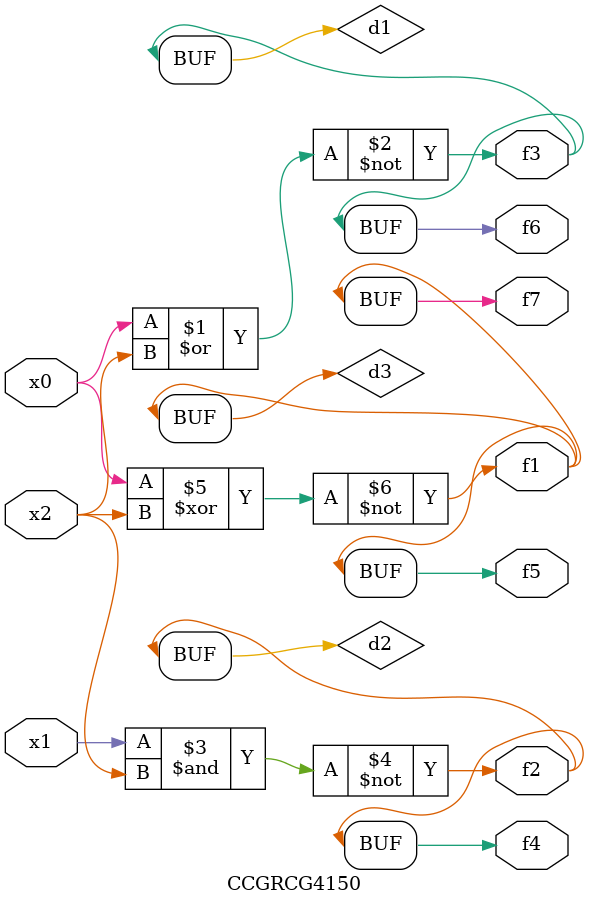
<source format=v>
module CCGRCG4150(
	input x0, x1, x2,
	output f1, f2, f3, f4, f5, f6, f7
);

	wire d1, d2, d3;

	nor (d1, x0, x2);
	nand (d2, x1, x2);
	xnor (d3, x0, x2);
	assign f1 = d3;
	assign f2 = d2;
	assign f3 = d1;
	assign f4 = d2;
	assign f5 = d3;
	assign f6 = d1;
	assign f7 = d3;
endmodule

</source>
